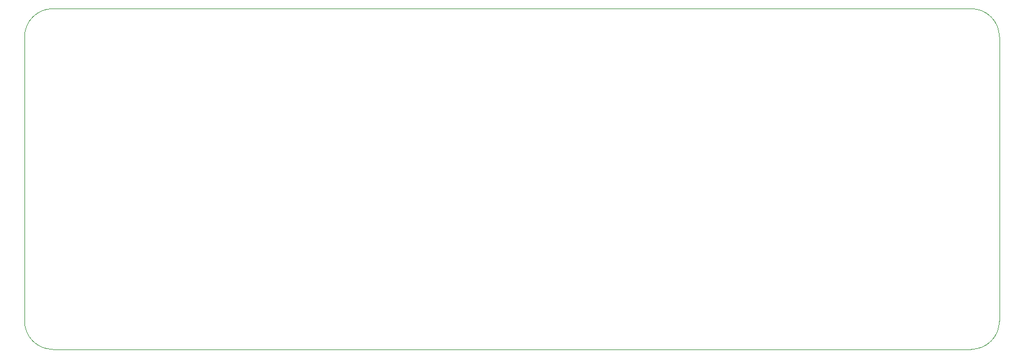
<source format=gm1>
%TF.GenerationSoftware,KiCad,Pcbnew,8.0.2-8.0.2-0~ubuntu20.04.1*%
%TF.CreationDate,2024-05-06T11:04:01+02:00*%
%TF.ProjectId,Receiver Prototype,52656365-6976-4657-9220-50726f746f74,rev?*%
%TF.SameCoordinates,Original*%
%TF.FileFunction,Profile,NP*%
%FSLAX46Y46*%
G04 Gerber Fmt 4.6, Leading zero omitted, Abs format (unit mm)*
G04 Created by KiCad (PCBNEW 8.0.2-8.0.2-0~ubuntu20.04.1) date 2024-05-06 11:04:01*
%MOMM*%
%LPD*%
G01*
G04 APERTURE LIST*
%TA.AperFunction,Profile*%
%ADD10C,0.050000*%
%TD*%
G04 APERTURE END LIST*
D10*
X227550000Y-100750000D02*
X90950000Y-100750000D01*
X231750000Y-96550000D02*
G75*
G02*
X227550000Y-100750000I-4200000J0D01*
G01*
X86749989Y-96550000D02*
X86749989Y-54200000D01*
X86749989Y-54200000D02*
G75*
G02*
X90950000Y-49999989I4200011J0D01*
G01*
X90950000Y-100750011D02*
G75*
G02*
X86749989Y-96550000I0J4200011D01*
G01*
X227550000Y-49999989D02*
G75*
G02*
X231750011Y-54200000I0J-4200011D01*
G01*
X90950000Y-49999989D02*
X227550000Y-49999989D01*
X231750011Y-54200000D02*
X231750011Y-96550000D01*
M02*

</source>
